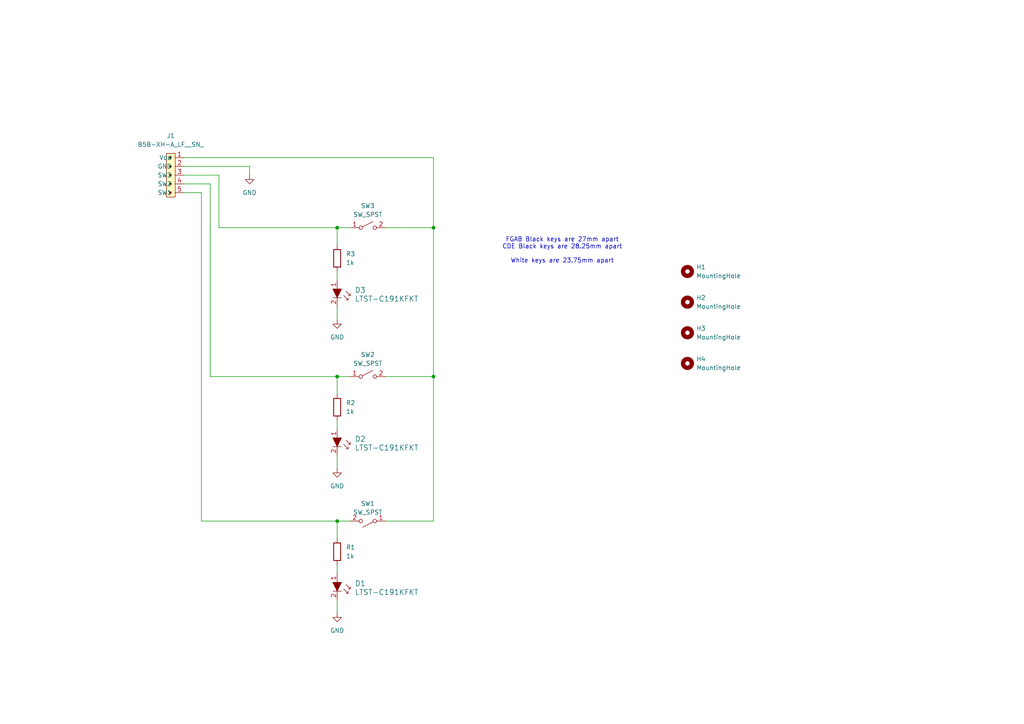
<source format=kicad_sch>
(kicad_sch (version 20250114) (generator "eeschema") (generator_version "9.0")
  (paper "A4")
  (lib_symbols
    (symbol "Device:R" (pin_numbers (hide yes)) (pin_names (offset 0))
      (property "Reference" "R" (at 2.032 0 90))
      (property "Value" "R" (at 0 0 90))
      (symbol "R_0_1"
        (rectangle (start -1.016 -2.54) (end 1.016 2.54) (stroke (width 0.254)))
      )
      (symbol "R_1_1"
        (pin passive line (at 0 3.81 270) (length 1.27) (name "~") (number "1"))
        (pin passive line (at 0 -3.81 90) (length 1.27) (name "~") (number "2"))
      )
    )
    (symbol "Mechanical:MountingHole" (pin_names (offset 1.016)) (in_bom no)
      (property "Reference" "H" (at 0 5.08 0))
      (property "Value" "MountingHole" (at 0 3.175 0))
      (symbol "MountingHole_0_1"
        (circle (center 0 0) (radius 1.27) (stroke (width 1.27)))
      )
    )
    (symbol "Switch:SW_SPST" (pin_names (offset 0) (hide yes))
      (property "Reference" "SW" (at 0 3.175 0))
      (property "Value" "SW_SPST" (at 0 -2.54 0))
      (symbol "SW_SPST_0_0"
        (circle (center -2.032 0) (radius 0.508))
        (polyline (pts (xy -1.524 0.254) (xy 1.524 1.778)))
        (circle (center 2.032 0) (radius 0.508))
      )
      (symbol "SW_SPST_1_1"
        (pin passive line (at -5.08 0 0) (length 2.54) (name "A") (number "1"))
        (pin passive line (at 5.08 0 180) (length 2.54) (name "B") (number "2"))
      )
    )
    (symbol "dk_LED-Indication-Discrete:LTST-C191KFKT" (pin_names (offset 0))
      (property "Reference" "D" (at -3.81 3.81 0))
      (property "Value" "LTST-C191KFKT" (at 0 -3.81 0))
      (symbol "LTST-C191KFKT_0_1"
        (polyline (pts (xy -2.54 1.27) (xy -2.54 -1.27) (xy 0 0) (xy -2.54 1.27)) (fill (type outline)))
        (polyline (pts (xy -1.27 3.81) (xy -0.635 3.81) (xy -0.635 3.175)))
        (polyline (pts (xy -0.635 3.81) (xy -1.905 2.54)))
        (polyline (pts (xy 0 3.175) (xy 0.635 3.175) (xy 0.635 2.54)))
        (polyline (pts (xy 0 1.27) (xy 0 -1.27)))
        (polyline (pts (xy 0.635 3.175) (xy -0.635 1.905)))
      )
      (symbol "LTST-C191KFKT_1_1"
        (pin passive line (at -5.08 0 0) (length 2.54) (name "~") (number "1"))
        (pin passive line (at 2.54 0 180) (length 2.54) (name "~") (number "2"))
      )
    )
    (symbol "dk_Rectangular-Connectors-Headers-Male-Pins:B5B-XH-A_LF__SN_" (pin_names (offset 1.016))
      (property "Reference" "J2" (at -6.35 -1.27 90))
      (property "Value" "B5B-XH-A_LF__SN_" (at -3.81 -1.27 90))
      (symbol "B5B-XH-A_LF__SN__1_1"
        (rectangle (start -1.27 0) (end 11.43 -2.54) (fill (type background)))
        (rectangle (start -0.254 -1.143) (end 0.254 -1.651) (fill (type outline)))
        (rectangle (start 2.286 -1.143) (end 2.794 -1.651) (fill (type outline)))
        (rectangle (start 4.826 -1.143) (end 5.334 -1.651) (fill (type outline)))
        (rectangle (start 7.366 -1.143) (end 7.874 -1.651) (fill (type outline)))
        (rectangle (start 9.906 -1.143) (end 10.414 -1.651) (fill (type outline)))
        (pin passive line (at 0 2.54 270) (length 2.54) (name "Vdd") (number "1"))
        (pin passive line (at 2.54 2.54 270) (length 2.54) (name "GND") (number "2"))
        (pin passive line (at 5.08 2.54 270) (length 2.54) (name "SW3") (number "3"))
        (pin passive line (at 7.62 2.54 270) (length 2.54) (name "SW2") (number "4"))
        (pin passive line (at 10.16 2.54 270) (length 2.54) (name "SW1") (number "5"))
      )
    )
    (symbol "power:GND" (power) (pin_numbers (hide yes)) (pin_names (offset 0) (hide yes))
      (property "Value" "GND" (at 0 -3.81 0))
      (symbol "GND_0_1"
        (polyline (pts (xy 0 0) (xy 0 -1.27) (xy 1.27 -1.27) (xy 0 -2.54) (xy -1.27 -1.27) (xy 0 -1.27)))
      )
      (symbol "GND_1_1"
        (pin power_in line (at 0 0 270) (length 0) (name "~") (number "1"))
      )
    )
  )
  (text "FGAB Black keys are 27mm apart\nCDE Black keys are 28.25mm apart\n\nWhite keys are 23.75mm apart\n" (at 163.068 72.644 0) (effects (font (size 1.27 1.27))))
  (junction (at 97.79 151.13))
  (junction (at 125.73 109.22))
  (junction (at 125.73 66.04))
  (junction (at 97.79 109.22))
  (junction (at 97.79 66.04))
  (wire (pts (xy 97.79 151.13) (xy 101.6 151.13)))
  (wire (pts (xy 97.79 109.22) (xy 97.79 114.3)))
  (wire (pts (xy 53.34 48.26) (xy 72.39 48.26)))
  (wire (pts (xy 97.79 121.92) (xy 97.79 124.46)))
  (wire (pts (xy 97.79 173.99) (xy 97.79 177.8)))
  (wire (pts (xy 63.5 66.04) (xy 97.79 66.04)))
  (wire (pts (xy 97.79 66.04) (xy 97.79 71.12)))
  (wire (pts (xy 125.73 45.72) (xy 125.73 66.04)))
  (wire (pts (xy 53.34 53.34) (xy 60.96 53.34)))
  (wire (pts (xy 125.73 45.72) (xy 53.34 45.72)))
  (wire (pts (xy 111.76 151.13) (xy 125.73 151.13)))
  (wire (pts (xy 97.79 132.08) (xy 97.79 135.89)))
  (wire (pts (xy 97.79 151.13) (xy 97.79 156.21)))
  (wire (pts (xy 97.79 66.04) (xy 101.6 66.04)))
  (wire (pts (xy 97.79 78.74) (xy 97.79 81.28)))
  (wire (pts (xy 111.76 109.22) (xy 125.73 109.22)))
  (wire (pts (xy 111.76 66.04) (xy 125.73 66.04)))
  (wire (pts (xy 97.79 88.9) (xy 97.79 92.71)))
  (wire (pts (xy 97.79 109.22) (xy 101.6 109.22)))
  (wire (pts (xy 53.34 55.88) (xy 58.42 55.88)))
  (wire (pts (xy 53.34 50.8) (xy 63.5 50.8)))
  (wire (pts (xy 60.96 109.22) (xy 97.79 109.22)))
  (wire (pts (xy 125.73 66.04) (xy 125.73 109.22)))
  (wire (pts (xy 125.73 151.13) (xy 125.73 109.22)))
  (wire (pts (xy 60.96 53.34) (xy 60.96 109.22)))
  (wire (pts (xy 97.79 163.83) (xy 97.79 166.37)))
  (wire (pts (xy 63.5 50.8) (xy 63.5 66.04)))
  (wire (pts (xy 58.42 151.13) (xy 97.79 151.13)))
  (wire (pts (xy 72.39 48.26) (xy 72.39 50.8)))
  (wire (pts (xy 58.42 55.88) (xy 58.42 151.13)))
  (symbol (lib_id "Switch:SW_SPST") (at 106.68 109.22 0) (unit 1)
    (property "Reference" "SW2" (at 106.68 102.87 0))
    (property "Value" "SW_SPST" (at 106.68 105.41 0))
    (property "Footprint" "switch_library:SW_Cherry_MX_PCB_1.00u_3D_Model" (effects (hide yes)))
    (property "Description" "Single Pole Single Throw (SPST) switch" (effects (hide yes)))
  )
  (symbol (lib_id "power:GND") (at 97.79 177.8 0) (unit 1)
    (property "Reference" "#PWR02" (effects (hide yes)))
    (property "Value" "GND" (at 97.79 182.88 0))
    (property "Description" "Power symbol creates a global label with name \"GND\" , ground" (effects (hide yes)))
  )
  (symbol (lib_id "Mechanical:MountingHole") (at 199.39 87.63 0) (unit 1) (in_bom no)
    (property "Reference" "H2" (at 201.93 86.3599 0) (effects (justify left)))
    (property "Value" "MountingHole" (at 201.93 88.8999 0) (effects (justify left)))
    (property "Footprint" "MountingHole:MountingHole_3.7mm" (effects (hide yes)))
    (property "Description" "Mounting Hole without connection" (effects (hide yes)))
  )
  (symbol (lib_id "dk_Rectangular-Connectors-Headers-Male-Pins:B5B-XH-A_LF__SN_") (at 50.8 45.72 270) (unit 1)
    (property "Reference" "J1" (at 49.53 39.37 90))
    (property "Value" "B5B-XH-A_LF__SN_" (at 49.53 41.91 90))
    (property "Footprint" "Connector_PinHeader_2.54mm:PinHeader_1x05_P2.54mm_Vertical" (effects (hide yes)))
    (property "Datasheet" "http://www.jst-mfg.com/product/pdf/eng/eXH.pdf" (effects (hide yes)))
    (property "Description" "CONN HEADER VERT 5POS 2.5MM" (effects (hide yes)))
    (property "Digi-Key_PN" "455-2270-ND" (effects (hide yes)))
    (property "MPN" "B5B-XH-A(LF)(SN)" (effects (hide yes)))
    (property "Category" "Connectors, Interconnects" (effects (hide yes)))
    (property "Family" "Rectangular Connectors - Headers, Male Pins" (effects (hide yes)))
    (property "DK_Datasheet_Link" "http://www.jst-mfg.com/product/pdf/eng/eXH.pdf" (effects (hide yes)))
    (property "DK_Detail_Page" "/product-detail/en/jst-sales-america-inc/B5B-XH-A(LF)(SN)/455-2270-ND/1530483" (effects (hide yes)))
    (property "Description_1" "CONN HEADER VERT 5POS 2.5MM" (effects (hide yes)))
    (property "Manufacturer" "JST Sales America Inc." (effects (hide yes)))
    (property "Status" "Active" (effects (hide yes)))
  )
  (symbol (lib_id "dk_LED-Indication-Discrete:LTST-C191KFKT") (at 97.79 171.45 270) (unit 1)
    (property "Reference" "D1" (at 102.87 169.2274 90) (effects (font (size 1.524 1.524)) (justify left)))
    (property "Value" "LTST-C191KFKT" (at 102.87 171.7674 90) (effects (font (size 1.524 1.524)) (justify left)))
    (property "Footprint" "LED_SMD:LED_0603_1608Metric" (effects (hide yes)))
    (property "Datasheet" "http://optoelectronics.liteon.com/upload/download/DS22-2000-222/LTST-C191KFKT.pdf" (effects (hide yes)))
    (property "Description" "LED ORANGE CLEAR SMD" (effects (hide yes)))
    (property "Digi-Key_PN" "160-1445-1-ND" (effects (hide yes)))
    (property "MPN" "LTST-C191KFKT" (effects (hide yes)))
    (property "Category" "Optoelectronics" (effects (hide yes)))
    (property "Family" "LED Indication - Discrete" (effects (hide yes)))
    (property "DK_Datasheet_Link" "http://optoelectronics.liteon.com/upload/download/DS22-2000-222/LTST-C191KFKT.pdf" (effects (hide yes)))
    (property "DK_Detail_Page" "/product-detail/en/lite-on-inc/LTST-C191KFKT/160-1445-1-ND/386832" (effects (hide yes)))
    (property "Description_1" "LED ORANGE CLEAR SMD" (effects (hide yes)))
    (property "Manufacturer" "Lite-On Inc." (effects (hide yes)))
    (property "Status" "Active" (effects (hide yes)))
  )
  (symbol (lib_id "Mechanical:MountingHole") (at 199.39 78.74 0) (unit 1) (in_bom no)
    (property "Reference" "H1" (at 201.93 77.4699 0) (effects (justify left)))
    (property "Value" "MountingHole" (at 201.93 80.0099 0) (effects (justify left)))
    (property "Footprint" "MountingHole:MountingHole_3.7mm" (effects (hide yes)))
    (property "Description" "Mounting Hole without connection" (effects (hide yes)))
  )
  (symbol (lib_id "dk_LED-Indication-Discrete:LTST-C191KFKT") (at 97.79 86.36 270) (unit 1)
    (property "Reference" "D3" (at 102.87 84.1374 90) (effects (font (size 1.524 1.524)) (justify left)))
    (property "Value" "LTST-C191KFKT" (at 102.87 86.6774 90) (effects (font (size 1.524 1.524)) (justify left)))
    (property "Footprint" "LED_SMD:LED_0603_1608Metric" (effects (hide yes)))
    (property "Datasheet" "http://optoelectronics.liteon.com/upload/download/DS22-2000-222/LTST-C191KFKT.pdf" (effects (hide yes)))
    (property "Description" "LED ORANGE CLEAR SMD" (effects (hide yes)))
    (property "Digi-Key_PN" "160-1445-1-ND" (effects (hide yes)))
    (property "MPN" "LTST-C191KFKT" (effects (hide yes)))
    (property "Category" "Optoelectronics" (effects (hide yes)))
    (property "Family" "LED Indication - Discrete" (effects (hide yes)))
    (property "DK_Datasheet_Link" "http://optoelectronics.liteon.com/upload/download/DS22-2000-222/LTST-C191KFKT.pdf" (effects (hide yes)))
    (property "DK_Detail_Page" "/product-detail/en/lite-on-inc/LTST-C191KFKT/160-1445-1-ND/386832" (effects (hide yes)))
    (property "Description_1" "LED ORANGE CLEAR SMD" (effects (hide yes)))
    (property "Manufacturer" "Lite-On Inc." (effects (hide yes)))
    (property "Status" "Active" (effects (hide yes)))
  )
  (symbol (lib_id "Switch:SW_SPST") (at 106.68 151.13 180) (unit 1)
    (property "Reference" "SW1" (at 106.68 146.05 0))
    (property "Value" "SW_SPST" (at 106.68 148.59 0))
    (property "Footprint" "switch_library:SW_Cherry_MX_PCB_1.00u_3D_Model" (effects (hide yes)))
    (property "Description" "Single Pole Single Throw (SPST) switch" (effects (hide yes)))
  )
  (symbol (lib_id "Device:R") (at 97.79 74.93 0) (unit 1)
    (property "Reference" "R3" (at 100.33 73.6599 0) (effects (justify left)))
    (property "Value" "1k" (at 100.33 76.1999 0) (effects (justify left)))
    (property "Footprint" "Resistor_SMD:R_0603_1608Metric" (effects (hide yes)))
    (property "Description" "Resistor" (effects (hide yes)))
  )
  (symbol (lib_id "Mechanical:MountingHole") (at 199.39 96.52 0) (unit 1) (in_bom no)
    (property "Reference" "H3" (at 201.93 95.2499 0) (effects (justify left)))
    (property "Value" "MountingHole" (at 201.93 97.7899 0) (effects (justify left)))
    (property "Footprint" "MountingHole:MountingHole_3.7mm" (effects (hide yes)))
    (property "Description" "Mounting Hole without connection" (effects (hide yes)))
  )
  (symbol (lib_id "power:GND") (at 97.79 92.71 0) (unit 1)
    (property "Reference" "#PWR04" (effects (hide yes)))
    (property "Value" "GND" (at 97.79 97.79 0))
    (property "Description" "Power symbol creates a global label with name \"GND\" , ground" (effects (hide yes)))
  )
  (symbol (lib_id "power:GND") (at 97.79 135.89 0) (unit 1)
    (property "Reference" "#PWR01" (effects (hide yes)))
    (property "Value" "GND" (at 97.79 140.97 0))
    (property "Description" "Power symbol creates a global label with name \"GND\" , ground" (effects (hide yes)))
  )
  (symbol (lib_id "Switch:SW_SPST") (at 106.68 66.04 0) (unit 1)
    (property "Reference" "SW3" (at 106.68 59.69 0))
    (property "Value" "SW_SPST" (at 106.68 62.23 0))
    (property "Footprint" "switch_library:SW_Cherry_MX_PCB_1.00u_3D_Model" (effects (hide yes)))
    (property "Description" "Single Pole Single Throw (SPST) switch" (effects (hide yes)))
  )
  (symbol (lib_id "Device:R") (at 97.79 160.02 0) (unit 1)
    (property "Reference" "R1" (at 100.33 158.7499 0) (effects (justify left)))
    (property "Value" "1k" (at 100.33 161.2899 0) (effects (justify left)))
    (property "Footprint" "Resistor_SMD:R_0603_1608Metric" (effects (hide yes)))
    (property "Description" "Resistor" (effects (hide yes)))
  )
  (symbol (lib_id "dk_LED-Indication-Discrete:LTST-C191KFKT") (at 97.79 129.54 270) (unit 1)
    (property "Reference" "D2" (at 102.87 127.3174 90) (effects (font (size 1.524 1.524)) (justify left)))
    (property "Value" "LTST-C191KFKT" (at 102.87 129.8574 90) (effects (font (size 1.524 1.524)) (justify left)))
    (property "Footprint" "LED_SMD:LED_0603_1608Metric" (effects (hide yes)))
    (property "Datasheet" "http://optoelectronics.liteon.com/upload/download/DS22-2000-222/LTST-C191KFKT.pdf" (effects (hide yes)))
    (property "Description" "LED ORANGE CLEAR SMD" (effects (hide yes)))
    (property "Digi-Key_PN" "160-1445-1-ND" (effects (hide yes)))
    (property "MPN" "LTST-C191KFKT" (effects (hide yes)))
    (property "Category" "Optoelectronics" (effects (hide yes)))
    (property "Family" "LED Indication - Discrete" (effects (hide yes)))
    (property "DK_Datasheet_Link" "http://optoelectronics.liteon.com/upload/download/DS22-2000-222/LTST-C191KFKT.pdf" (effects (hide yes)))
    (property "DK_Detail_Page" "/product-detail/en/lite-on-inc/LTST-C191KFKT/160-1445-1-ND/386832" (effects (hide yes)))
    (property "Description_1" "LED ORANGE CLEAR SMD" (effects (hide yes)))
    (property "Manufacturer" "Lite-On Inc." (effects (hide yes)))
    (property "Status" "Active" (effects (hide yes)))
  )
  (symbol (lib_id "Mechanical:MountingHole") (at 199.39 105.41 0) (unit 1) (in_bom no)
    (property "Reference" "H4" (at 201.93 104.1399 0) (effects (justify left)))
    (property "Value" "MountingHole" (at 201.93 106.6799 0) (effects (justify left)))
    (property "Footprint" "MountingHole:MountingHole_3.7mm" (effects (hide yes)))
    (property "Description" "Mounting Hole without connection" (effects (hide yes)))
  )
  (symbol (lib_id "power:GND") (at 72.39 50.8 0) (unit 1)
    (property "Reference" "#PWR03" (effects (hide yes)))
    (property "Value" "GND" (at 72.39 55.88 0))
    (property "Description" "Power symbol creates a global label with name \"GND\" , ground" (effects (hide yes)))
  )
  (symbol (lib_id "Device:R") (at 97.79 118.11 0) (unit 1)
    (property "Reference" "R2" (at 100.33 116.8399 0) (effects (justify left)))
    (property "Value" "1k" (at 100.33 119.3799 0) (effects (justify left)))
    (property "Footprint" "Resistor_SMD:R_0603_1608Metric" (effects (hide yes)))
    (property "Description" "Resistor" (effects (hide yes)))
  )
)
</source>
